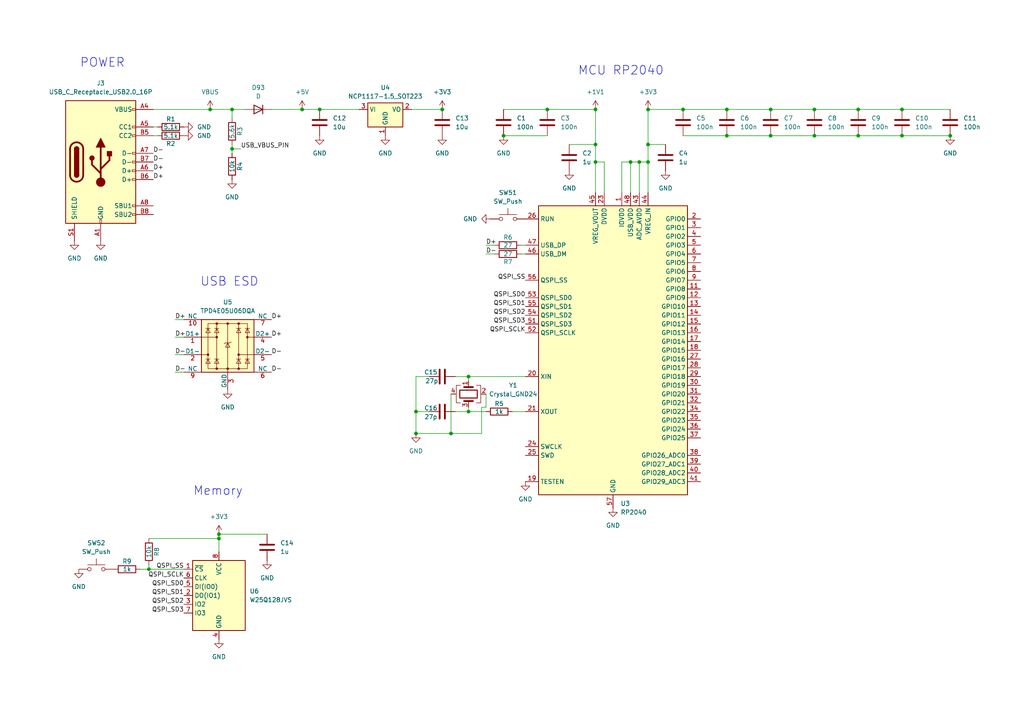
<source format=kicad_sch>
(kicad_sch (version 20231120) (generator "eeschema") (generator_version "8.0")
  (paper "A4")
  (lib_symbols
    (symbol "Connector:USB_C_Receptacle_USB2.0_16P" (pin_names (offset 1.016))
      (property "Reference" "J" (at 0 22.225 0))
      (property "Value" "USB_C_Receptacle_USB2.0_16P" (at 0 19.685 0))
      (symbol "USB_C_Receptacle_USB2.0_16P_0_0"
        (rectangle (start -0.254 -17.78) (end 0.254 -16.764))
        (rectangle (start 10.16 -14.986) (end 9.144 -15.494))
        (rectangle (start 10.16 -12.446) (end 9.144 -12.954))
        (rectangle (start 10.16 -4.826) (end 9.144 -5.334))
        (rectangle (start 10.16 -2.286) (end 9.144 -2.794))
        (rectangle (start 10.16 0.254) (end 9.144 -0.254))
        (rectangle (start 10.16 2.794) (end 9.144 2.286))
        (rectangle (start 10.16 7.874) (end 9.144 7.366))
        (rectangle (start 10.16 10.414) (end 9.144 9.906))
        (rectangle (start 10.16 15.494) (end 9.144 14.986))
      )
      (symbol "USB_C_Receptacle_USB2.0_16P_0_1"
        (rectangle (start -10.16 17.78) (end 10.16 -17.78) (stroke (width 0.254)) (fill (type background)))
        (arc (start -8.89 -3.81) (mid -6.985 -5.7067) (end -5.08 -3.81) (stroke (width 0.508)))
        (arc (start -7.62 -3.81) (mid -6.985 -4.4423) (end -6.35 -3.81) (stroke (width 0.254)))
        (arc (start -7.62 -3.81) (mid -6.985 -4.4423) (end -6.35 -3.81) (stroke (width 0.254)) (fill (type outline)))
        (rectangle (start -7.62 -3.81) (end -6.35 3.81) (stroke (width 0.254)) (fill (type outline)))
        (arc (start -6.35 3.81) (mid -6.985 4.4423) (end -7.62 3.81) (stroke (width 0.254)))
        (arc (start -6.35 3.81) (mid -6.985 4.4423) (end -7.62 3.81) (stroke (width 0.254)) (fill (type outline)))
        (arc (start -5.08 3.81) (mid -6.985 5.7067) (end -8.89 3.81) (stroke (width 0.508)))
        (circle (center -2.54 1.143) (radius 0.635) (stroke (width 0.254)) (fill (type outline)))
        (circle (center 0 -5.842) (radius 1.27) (fill (type outline)))
        (polyline (pts (xy -8.89 -3.81) (xy -8.89 3.81)) (stroke (width 0.508)))
        (polyline (pts (xy -5.08 3.81) (xy -5.08 -3.81)) (stroke (width 0.508)))
        (polyline (pts (xy 0 -5.842) (xy 0 4.318)) (stroke (width 0.508)))
        (polyline (pts (xy 0 -3.302) (xy -2.54 -0.762) (xy -2.54 0.508)) (stroke (width 0.508)))
        (polyline (pts (xy 0 -2.032) (xy 2.54 0.508) (xy 2.54 1.778)) (stroke (width 0.508)))
        (polyline (pts (xy -1.27 4.318) (xy 0 6.858) (xy 1.27 4.318) (xy -1.27 4.318)) (stroke (width 0.254)) (fill (type outline)))
        (rectangle (start 1.905 1.778) (end 3.175 3.048) (stroke (width 0.254)) (fill (type outline)))
      )
      (symbol "USB_C_Receptacle_USB2.0_16P_1_1"
        (pin passive line (at 0 -22.86 90) (length 5.08) (name "GND") (number "A1"))
        (pin passive line (at 0 -22.86 90) (length 5.08) hide (name "GND") (number "A12"))
        (pin passive line (at 15.24 15.24 180) (length 5.08) (name "VBUS") (number "A4"))
        (pin bidirectional line (at 15.24 10.16 180) (length 5.08) (name "CC1") (number "A5"))
        (pin bidirectional line (at 15.24 -2.54 180) (length 5.08) (name "D+") (number "A6"))
        (pin bidirectional line (at 15.24 2.54 180) (length 5.08) (name "D-") (number "A7"))
        (pin bidirectional line (at 15.24 -12.7 180) (length 5.08) (name "SBU1") (number "A8"))
        (pin passive line (at 15.24 15.24 180) (length 5.08) hide (name "VBUS") (number "A9"))
        (pin passive line (at 0 -22.86 90) (length 5.08) hide (name "GND") (number "B1"))
        (pin passive line (at 0 -22.86 90) (length 5.08) hide (name "GND") (number "B12"))
        (pin passive line (at 15.24 15.24 180) (length 5.08) hide (name "VBUS") (number "B4"))
        (pin bidirectional line (at 15.24 7.62 180) (length 5.08) (name "CC2") (number "B5"))
        (pin bidirectional line (at 15.24 -5.08 180) (length 5.08) (name "D+") (number "B6"))
        (pin bidirectional line (at 15.24 0 180) (length 5.08) (name "D-") (number "B7"))
        (pin bidirectional line (at 15.24 -15.24 180) (length 5.08) (name "SBU2") (number "B8"))
        (pin passive line (at 15.24 15.24 180) (length 5.08) hide (name "VBUS") (number "B9"))
        (pin passive line (at -7.62 -22.86 90) (length 5.08) (name "SHIELD") (number "S1"))
      )
    )
    (symbol "Device:C" (pin_numbers hide) (pin_names (offset 0.254))
      (property "Reference" "C" (at 0.635 2.54 0))
      (property "Value" "C" (at 0.635 -2.54 0))
      (symbol "C_0_1"
        (polyline (pts (xy -2.032 -0.762) (xy 2.032 -0.762)) (stroke (width 0.508)))
        (polyline (pts (xy -2.032 0.762) (xy 2.032 0.762)) (stroke (width 0.508)))
      )
      (symbol "C_1_1"
        (pin passive line (at 0 3.81 270) (length 2.794) (name "~") (number "1"))
        (pin passive line (at 0 -3.81 90) (length 2.794) (name "~") (number "2"))
      )
    )
    (symbol "Device:Crystal_GND24" (pin_names (offset 1.016) hide)
      (property "Reference" "Y" (at 3.175 5.08 0))
      (property "Value" "Crystal_GND24" (at 3.175 3.175 0))
      (symbol "Crystal_GND24_0_1"
        (rectangle (start -1.143 2.54) (end 1.143 -2.54) (stroke (width 0.3048)))
        (polyline (pts (xy -2.54 0) (xy -2.032 0)))
        (polyline (pts (xy -2.032 -1.27) (xy -2.032 1.27)) (stroke (width 0.508)))
        (polyline (pts (xy 0 -3.81) (xy 0 -3.556)))
        (polyline (pts (xy 0 3.556) (xy 0 3.81)))
        (polyline (pts (xy 2.032 -1.27) (xy 2.032 1.27)) (stroke (width 0.508)))
        (polyline (pts (xy 2.032 0) (xy 2.54 0)))
        (polyline (pts (xy -2.54 -2.286) (xy -2.54 -3.556) (xy 2.54 -3.556) (xy 2.54 -2.286)))
        (polyline (pts (xy -2.54 2.286) (xy -2.54 3.556) (xy 2.54 3.556) (xy 2.54 2.286)))
      )
      (symbol "Crystal_GND24_1_1"
        (pin passive line (at -3.81 0 0) (length 1.27) (name "1") (number "1"))
        (pin passive line (at 0 5.08 270) (length 1.27) (name "2") (number "2"))
        (pin passive line (at 3.81 0 180) (length 1.27) (name "3") (number "3"))
        (pin passive line (at 0 -5.08 90) (length 1.27) (name "4") (number "4"))
      )
    )
    (symbol "Device:D" (pin_numbers hide) (pin_names (offset 1.016) hide)
      (property "Reference" "D" (at 0 2.54 0))
      (property "Value" "D" (at 0 -2.54 0))
      (symbol "D_0_1"
        (polyline (pts (xy -1.27 1.27) (xy -1.27 -1.27)) (stroke (width 0.254)))
        (polyline (pts (xy 1.27 0) (xy -1.27 0)))
        (polyline (pts (xy 1.27 1.27) (xy 1.27 -1.27) (xy -1.27 0) (xy 1.27 1.27)) (stroke (width 0.254)))
      )
      (symbol "D_1_1"
        (pin passive line (at -3.81 0 0) (length 2.54) (name "K") (number "1"))
        (pin passive line (at 3.81 0 180) (length 2.54) (name "A") (number "2"))
      )
    )
    (symbol "Device:R" (pin_numbers hide) (pin_names (offset 0))
      (property "Reference" "R" (at 2.032 0 90))
      (property "Value" "R" (at 0 0 90))
      (symbol "R_0_1"
        (rectangle (start -1.016 -2.54) (end 1.016 2.54) (stroke (width 0.254)))
      )
      (symbol "R_1_1"
        (pin passive line (at 0 3.81 270) (length 1.27) (name "~") (number "1"))
        (pin passive line (at 0 -3.81 90) (length 1.27) (name "~") (number "2"))
      )
    )
    (symbol "MCU_RaspberryPi:RP2040"
      (property "Reference" "U" (at 17.78 45.72 0))
      (property "Value" "RP2040" (at 17.78 43.18 0))
      (symbol "RP2040_0_1"
        (rectangle (start -21.59 41.91) (end 21.59 -41.91) (stroke (width 0.254)) (fill (type background)))
      )
      (symbol "RP2040_1_1"
        (pin power_in line (at 2.54 45.72 270) (length 3.81) (name "IOVDD") (number "1"))
        (pin passive line (at 2.54 45.72 270) (length 3.81) hide (name "IOVDD") (number "10"))
        (pin bidirectional line (at 25.4 17.78 180) (length 3.81) (name "GPIO8") (number "11"))
        (pin bidirectional line (at 25.4 15.24 180) (length 3.81) (name "GPIO9") (number "12"))
        (pin bidirectional line (at 25.4 12.7 180) (length 3.81) (name "GPIO10") (number "13"))
        (pin bidirectional line (at 25.4 10.16 180) (length 3.81) (name "GPIO11") (number "14"))
        (pin bidirectional line (at 25.4 7.62 180) (length 3.81) (name "GPIO12") (number "15"))
        (pin bidirectional line (at 25.4 5.08 180) (length 3.81) (name "GPIO13") (number "16"))
        (pin bidirectional line (at 25.4 2.54 180) (length 3.81) (name "GPIO14") (number "17"))
        (pin bidirectional line (at 25.4 0 180) (length 3.81) (name "GPIO15") (number "18"))
        (pin input line (at -25.4 -38.1 0) (length 3.81) (name "TESTEN") (number "19"))
        (pin bidirectional line (at 25.4 38.1 180) (length 3.81) (name "GPIO0") (number "2"))
        (pin input line (at -25.4 -7.62 0) (length 3.81) (name "XIN") (number "20"))
        (pin passive line (at -25.4 -17.78 0) (length 3.81) (name "XOUT") (number "21"))
        (pin passive line (at 2.54 45.72 270) (length 3.81) hide (name "IOVDD") (number "22"))
        (pin power_in line (at -2.54 45.72 270) (length 3.81) (name "DVDD") (number "23"))
        (pin input line (at -25.4 -27.94 0) (length 3.81) (name "SWCLK") (number "24"))
        (pin bidirectional line (at -25.4 -30.48 0) (length 3.81) (name "SWD") (number "25"))
        (pin input line (at -25.4 38.1 0) (length 3.81) (name "RUN") (number "26"))
        (pin bidirectional line (at 25.4 -2.54 180) (length 3.81) (name "GPIO16") (number "27"))
        (pin bidirectional line (at 25.4 -5.08 180) (length 3.81) (name "GPIO17") (number "28"))
        (pin bidirectional line (at 25.4 -7.62 180) (length 3.81) (name "GPIO18") (number "29"))
        (pin bidirectional line (at 25.4 35.56 180) (length 3.81) (name "GPIO1") (number "3"))
        (pin bidirectional line (at 25.4 -10.16 180) (length 3.81) (name "GPIO19") (number "30"))
        (pin bidirectional line (at 25.4 -12.7 180) (length 3.81) (name "GPIO20") (number "31"))
        (pin bidirectional line (at 25.4 -15.24 180) (length 3.81) (name "GPIO21") (number "32"))
        (pin passive line (at 2.54 45.72 270) (length 3.81) hide (name "IOVDD") (number "33"))
        (pin bidirectional line (at 25.4 -17.78 180) (length 3.81) (name "GPIO22") (number "34"))
        (pin bidirectional line (at 25.4 -20.32 180) (length 3.81) (name "GPIO23") (number "35"))
        (pin bidirectional line (at 25.4 -22.86 180) (length 3.81) (name "GPIO24") (number "36"))
        (pin bidirectional line (at 25.4 -25.4 180) (length 3.81) (name "GPIO25") (number "37"))
        (pin bidirectional line (at 25.4 -30.48 180) (length 3.81) (name "GPIO26_ADC0") (number "38"))
        (pin bidirectional line (at 25.4 -33.02 180) (length 3.81) (name "GPIO27_ADC1") (number "39"))
        (pin bidirectional line (at 25.4 33.02 180) (length 3.81) (name "GPIO2") (number "4"))
        (pin bidirectional line (at 25.4 -35.56 180) (length 3.81) (name "GPIO28_ADC2") (number "40"))
        (pin bidirectional line (at 25.4 -38.1 180) (length 3.81) (name "GPIO29_ADC3") (number "41"))
        (pin passive line (at 2.54 45.72 270) (length 3.81) hide (name "IOVDD") (number "42"))
        (pin power_in line (at 7.62 45.72 270) (length 3.81) (name "ADC_AVDD") (number "43"))
        (pin power_in line (at 10.16 45.72 270) (length 3.81) (name "VREG_IN") (number "44"))
        (pin power_out line (at -5.08 45.72 270) (length 3.81) (name "VREG_VOUT") (number "45"))
        (pin bidirectional line (at -25.4 27.94 0) (length 3.81) (name "USB_DM") (number "46"))
        (pin bidirectional line (at -25.4 30.48 0) (length 3.81) (name "USB_DP") (number "47"))
        (pin power_in line (at 5.08 45.72 270) (length 3.81) (name "USB_VDD") (number "48"))
        (pin passive line (at 2.54 45.72 270) (length 3.81) hide (name "IOVDD") (number "49"))
        (pin bidirectional line (at 25.4 30.48 180) (length 3.81) (name "GPIO3") (number "5"))
        (pin passive line (at -2.54 45.72 270) (length 3.81) hide (name "DVDD") (number "50"))
        (pin bidirectional line (at -25.4 7.62 0) (length 3.81) (name "QSPI_SD3") (number "51"))
        (pin output line (at -25.4 5.08 0) (length 3.81) (name "QSPI_SCLK") (number "52"))
        (pin bidirectional line (at -25.4 15.24 0) (length 3.81) (name "QSPI_SD0") (number "53"))
        (pin bidirectional line (at -25.4 10.16 0) (length 3.81) (name "QSPI_SD2") (number "54"))
        (pin bidirectional line (at -25.4 12.7 0) (length 3.81) (name "QSPI_SD1") (number "55"))
        (pin bidirectional line (at -25.4 20.32 0) (length 3.81) (name "QSPI_SS") (number "56"))
        (pin power_in line (at 0 -45.72 90) (length 3.81) (name "GND") (number "57"))
        (pin bidirectional line (at 25.4 27.94 180) (length 3.81) (name "GPIO4") (number "6"))
        (pin bidirectional line (at 25.4 25.4 180) (length 3.81) (name "GPIO5") (number "7"))
        (pin bidirectional line (at 25.4 22.86 180) (length 3.81) (name "GPIO6") (number "8"))
        (pin bidirectional line (at 25.4 20.32 180) (length 3.81) (name "GPIO7") (number "9"))
      )
    )
    (symbol "Memory_Flash:W25Q128JVS"
      (property "Reference" "U" (at -8.89 8.89 0))
      (property "Value" "W25Q128JVS" (at 7.62 8.89 0))
      (symbol "W25Q128JVS_0_1"
        (rectangle (start -7.62 10.16) (end 7.62 -10.16) (stroke (width 0.254)) (fill (type background)))
      )
      (symbol "W25Q128JVS_1_1"
        (pin input line (at -10.16 7.62 0) (length 2.54) (name "~{CS}") (number "1"))
        (pin bidirectional line (at -10.16 0 0) (length 2.54) (name "DO(IO1)") (number "2"))
        (pin bidirectional line (at -10.16 -2.54 0) (length 2.54) (name "IO2") (number "3"))
        (pin power_in line (at 0 -12.7 90) (length 2.54) (name "GND") (number "4"))
        (pin bidirectional line (at -10.16 2.54 0) (length 2.54) (name "DI(IO0)") (number "5"))
        (pin input line (at -10.16 5.08 0) (length 2.54) (name "CLK") (number "6"))
        (pin bidirectional line (at -10.16 -5.08 0) (length 2.54) (name "IO3") (number "7"))
        (pin power_in line (at 0 12.7 270) (length 2.54) (name "VCC") (number "8"))
      )
    )
    (symbol "Power_Protection:TPD4E05U06DQA" (pin_names (offset 0))
      (property "Reference" "U" (at -0.635 8.89 0))
      (property "Value" "TPD4E05U06DQA" (at 1.905 -10.16 0))
      (symbol "TPD4E05U06DQA_0_0"
        (rectangle (start -5.715 6.477) (end 5.715 -6.604))
        (polyline (pts (xy -3.175 -6.604) (xy -3.175 6.477)))
        (polyline (pts (xy 0 6.477) (xy 0 -6.604)))
        (polyline (pts (xy 3.175 6.477) (xy 3.175 -6.604)))
      )
      (symbol "TPD4E05U06DQA_0_1"
        (rectangle (start -7.62 7.62) (end 7.62 -7.62) (stroke (width 0.254)) (fill (type background)))
        (circle (center -5.715 -2.54) (radius 0.2794) (fill (type outline)))
        (circle (center -3.175 -6.604) (radius 0.2794) (fill (type outline)))
        (circle (center -3.175 2.54) (radius 0.2794) (fill (type outline)))
        (circle (center -3.175 6.477) (radius 0.2794) (fill (type outline)))
        (circle (center 0 -6.604) (radius 0.2794) (fill (type outline)))
        (polyline (pts (xy -7.747 2.54) (xy -3.175 2.54)))
        (polyline (pts (xy -7.62 -2.54) (xy -5.715 -2.54)))
        (polyline (pts (xy -5.08 -3.81) (xy -6.35 -3.81)))
        (polyline (pts (xy -5.08 5.08) (xy -6.35 5.08)))
        (polyline (pts (xy -2.54 -3.81) (xy -3.81 -3.81)))
        (polyline (pts (xy -2.54 5.08) (xy -3.81 5.08)))
        (polyline (pts (xy -0.635 0.889) (xy -1.016 0.635)))
        (polyline (pts (xy 0 -6.604) (xy 0 -7.62)))
        (polyline (pts (xy 0.635 0.889) (xy -0.635 0.889)))
        (polyline (pts (xy 0.635 0.889) (xy 1.016 1.143)))
        (polyline (pts (xy 3.81 -3.81) (xy 2.54 -3.81)))
        (polyline (pts (xy 3.81 5.08) (xy 2.54 5.08)))
        (polyline (pts (xy 6.35 -3.81) (xy 5.08 -3.81)))
        (polyline (pts (xy 6.35 5.08) (xy 5.08 5.08)))
        (polyline (pts (xy 7.62 -2.54) (xy 3.175 -2.54)))
        (polyline (pts (xy 7.62 2.54) (xy 5.715 2.54)))
        (polyline (pts (xy -5.08 -5.08) (xy -6.35 -5.08) (xy -5.715 -3.81) (xy -5.08 -5.08)))
        (polyline (pts (xy -5.08 3.81) (xy -6.35 3.81) (xy -5.715 5.08) (xy -5.08 3.81)))
        (polyline (pts (xy -2.54 -5.08) (xy -3.81 -5.08) (xy -3.175 -3.81) (xy -2.54 -5.08)))
        (polyline (pts (xy -2.54 3.81) (xy -3.81 3.81) (xy -3.175 5.08) (xy -2.54 3.81)))
        (polyline (pts (xy 0.635 -0.381) (xy -0.635 -0.381) (xy 0 0.889) (xy 0.635 -0.381)))
        (polyline (pts (xy 3.81 -5.08) (xy 2.54 -5.08) (xy 3.175 -3.81) (xy 3.81 -5.08)))
        (polyline (pts (xy 3.81 3.81) (xy 2.54 3.81) (xy 3.175 5.08) (xy 3.81 3.81)))
        (polyline (pts (xy 6.35 -5.08) (xy 5.08 -5.08) (xy 5.715 -3.81) (xy 6.35 -5.08)))
        (polyline (pts (xy 6.35 3.81) (xy 5.08 3.81) (xy 5.715 5.08) (xy 6.35 3.81)))
        (circle (center 0 6.477) (radius 0.2794) (fill (type outline)))
        (circle (center 3.175 -6.604) (radius 0.2794) (fill (type outline)))
        (circle (center 3.175 -2.54) (radius 0.2794) (fill (type outline)))
        (circle (center 3.175 6.477) (radius 0.2794) (fill (type outline)))
        (circle (center 5.715 2.54) (radius 0.2794) (fill (type outline)))
      )
      (symbol "TPD4E05U06DQA_1_1"
        (pin passive line (at -12.7 2.54 0) (length 5.08) (name "D1+") (number "1"))
        (pin free line (at -12.7 7.62 0) (length 5.08) (name "NC") (number "10"))
        (pin passive line (at -12.7 -2.54 0) (length 5.08) (name "D1-") (number "2"))
        (pin power_in line (at 0 -12.7 90) (length 5.08) (name "GND") (number "3"))
        (pin passive line (at 12.7 2.54 180) (length 5.08) (name "D2+") (number "4"))
        (pin passive line (at 12.7 -2.54 180) (length 5.08) (name "D2-") (number "5"))
        (pin free line (at 12.7 -7.62 180) (length 5.08) (name "NC") (number "6"))
        (pin free line (at 12.7 7.62 180) (length 5.08) (name "NC") (number "7"))
        (pin passive line (at 0 -12.7 90) (length 5.08) hide (name "GND") (number "8"))
        (pin free line (at -12.7 -7.62 0) (length 5.08) (name "NC") (number "9"))
      )
    )
    (symbol "Regulator_Linear:NCP1117-1.5_SOT223"
      (property "Reference" "U" (at -3.81 3.175 0))
      (property "Value" "NCP1117-1.5_SOT223" (at 0 3.175 0))
      (symbol "NCP1117-1.5_SOT223_0_1"
        (rectangle (start -5.08 -5.08) (end 5.08 1.905) (stroke (width 0.254)) (fill (type background)))
      )
      (symbol "NCP1117-1.5_SOT223_1_1"
        (pin power_in line (at 0 -7.62 90) (length 2.54) (name "GND") (number "1"))
        (pin power_out line (at 7.62 0 180) (length 2.54) (name "VO") (number "2"))
        (pin power_in line (at -7.62 0 0) (length 2.54) (name "VI") (number "3"))
      )
    )
    (symbol "Switch:SW_Push" (pin_numbers hide) (pin_names (offset 1.016) hide)
      (property "Reference" "SW" (at 1.27 2.54 0))
      (property "Value" "SW_Push" (at 0 -1.524 0))
      (symbol "SW_Push_0_1"
        (circle (center -2.032 0) (radius 0.508))
        (polyline (pts (xy 0 1.27) (xy 0 3.048)))
        (polyline (pts (xy 2.54 1.27) (xy -2.54 1.27)))
        (circle (center 2.032 0) (radius 0.508))
        (pin passive line (at -5.08 0 0) (length 2.54) (name "1") (number "1"))
        (pin passive line (at 5.08 0 180) (length 2.54) (name "2") (number "2"))
      )
    )
    (symbol "power:+1V1" (power) (pin_numbers hide) (pin_names (offset 0) hide)
      (property "Value" "+1V1" (at 0 3.556 0))
      (symbol "+1V1_0_1"
        (polyline (pts (xy -0.762 1.27) (xy 0 2.54)))
        (polyline (pts (xy 0 0) (xy 0 2.54)))
        (polyline (pts (xy 0 2.54) (xy 0.762 1.27)))
      )
      (symbol "+1V1_1_1"
        (pin power_in line (at 0 0 90) (length 0) (name "~") (number "1"))
      )
    )
    (symbol "power:+3V3" (power) (pin_numbers hide) (pin_names (offset 0) hide)
      (property "Value" "+3V3" (at 0 3.556 0))
      (symbol "+3V3_0_1"
        (polyline (pts (xy -0.762 1.27) (xy 0 2.54)))
        (polyline (pts (xy 0 0) (xy 0 2.54)))
        (polyline (pts (xy 0 2.54) (xy 0.762 1.27)))
      )
      (symbol "+3V3_1_1"
        (pin power_in line (at 0 0 90) (length 0) (name "~") (number "1"))
      )
    )
    (symbol "power:+5V" (power) (pin_numbers hide) (pin_names (offset 0) hide)
      (property "Value" "+5V" (at 0 3.556 0))
      (symbol "+5V_0_1"
        (polyline (pts (xy -0.762 1.27) (xy 0 2.54)))
        (polyline (pts (xy 0 0) (xy 0 2.54)))
        (polyline (pts (xy 0 2.54) (xy 0.762 1.27)))
      )
      (symbol "+5V_1_1"
        (pin power_in line (at 0 0 90) (length 0) (name "~") (number "1"))
      )
    )
    (symbol "power:GND" (power) (pin_numbers hide) (pin_names (offset 0) hide)
      (property "Value" "GND" (at 0 -3.81 0))
      (symbol "GND_0_1"
        (polyline (pts (xy 0 0) (xy 0 -1.27) (xy 1.27 -1.27) (xy 0 -2.54) (xy -1.27 -1.27) (xy 0 -1.27)))
      )
      (symbol "GND_1_1"
        (pin power_in line (at 0 0 270) (length 0) (name "~") (number "1"))
      )
    )
    (symbol "power:VBUS" (power) (pin_numbers hide) (pin_names (offset 0) hide)
      (property "Value" "VBUS" (at 0 3.556 0))
      (symbol "VBUS_0_1"
        (polyline (pts (xy -0.762 1.27) (xy 0 2.54)))
        (polyline (pts (xy 0 0) (xy 0 2.54)))
        (polyline (pts (xy 0 2.54) (xy 0.762 1.27)))
      )
      (symbol "VBUS_1_1"
        (pin power_in line (at 0 0 90) (length 0) (name "~") (number "1"))
      )
    )
  )
  (junction (at 172.72 46.99))
  (junction (at 223.52 31.75))
  (junction (at 63.5 156.21))
  (junction (at 236.22 39.37))
  (junction (at 210.82 31.75))
  (junction (at 261.62 39.37))
  (junction (at 185.42 46.99))
  (junction (at 236.22 31.75))
  (junction (at 67.31 31.75))
  (junction (at 158.75 31.75))
  (junction (at 187.96 46.99))
  (junction (at 87.63 31.75))
  (junction (at 172.72 41.91))
  (junction (at 146.05 39.37))
  (junction (at 187.96 31.75))
  (junction (at 182.88 46.99))
  (junction (at 67.31 43.18))
  (junction (at 135.89 109.22))
  (junction (at 135.89 119.38))
  (junction (at 210.82 39.37))
  (junction (at 223.52 39.37))
  (junction (at 130.81 125.73))
  (junction (at 120.65 119.38))
  (junction (at 60.96 31.75))
  (junction (at 261.62 31.75))
  (junction (at 198.12 31.75))
  (junction (at 120.65 125.73))
  (junction (at 63.5 154.94))
  (junction (at 172.72 31.75))
  (junction (at 43.18 165.1))
  (junction (at 275.59 39.37))
  (junction (at 187.96 41.91))
  (junction (at 248.92 39.37))
  (junction (at 128.27 31.75))
  (junction (at 248.92 31.75))
  (junction (at 92.71 31.75))
  (wire (pts (xy 67.31 31.75) (xy 67.31 34.29)))
  (wire (pts (xy 146.05 31.75) (xy 158.75 31.75)))
  (wire (pts (xy 135.89 109.22) (xy 152.4 109.22)))
  (wire (pts (xy 180.34 55.88) (xy 180.34 46.99)))
  (wire (pts (xy 139.7 125.73) (xy 130.81 125.73)))
  (wire (pts (xy 187.96 41.91) (xy 193.04 41.91)))
  (wire (pts (xy 130.81 114.3) (xy 130.81 125.73)))
  (wire (pts (xy 44.45 39.37) (xy 45.72 39.37)))
  (wire (pts (xy 67.31 43.18) (xy 69.85 43.18)))
  (wire (pts (xy 236.22 31.75) (xy 248.92 31.75)))
  (wire (pts (xy 187.96 55.88) (xy 187.96 46.99)))
  (wire (pts (xy 50.8 92.71) (xy 53.34 92.71)))
  (wire (pts (xy 50.8 107.95) (xy 53.34 107.95)))
  (wire (pts (xy 140.97 118.11) (xy 139.7 118.11)))
  (wire (pts (xy 187.96 31.75) (xy 198.12 31.75)))
  (wire (pts (xy 182.88 46.99) (xy 185.42 46.99)))
  (wire (pts (xy 87.63 31.75) (xy 92.71 31.75)))
  (wire (pts (xy 146.05 39.37) (xy 158.75 39.37)))
  (wire (pts (xy 261.62 39.37) (xy 275.59 39.37)))
  (wire (pts (xy 124.46 109.22) (xy 120.65 109.22)))
  (wire (pts (xy 135.89 118.11) (xy 135.89 119.38)))
  (wire (pts (xy 172.72 41.91) (xy 165.1 41.91)))
  (wire (pts (xy 223.52 39.37) (xy 236.22 39.37)))
  (wire (pts (xy 43.18 165.1) (xy 43.18 163.83)))
  (wire (pts (xy 248.92 39.37) (xy 261.62 39.37)))
  (wire (pts (xy 135.89 109.22) (xy 135.89 110.49)))
  (wire (pts (xy 63.5 156.21) (xy 63.5 154.94)))
  (wire (pts (xy 151.13 71.12) (xy 152.4 71.12)))
  (wire (pts (xy 172.72 55.88) (xy 172.72 46.99)))
  (wire (pts (xy 132.08 109.22) (xy 135.89 109.22)))
  (wire (pts (xy 92.71 31.75) (xy 104.14 31.75)))
  (wire (pts (xy 223.52 31.75) (xy 236.22 31.75)))
  (wire (pts (xy 120.65 109.22) (xy 120.65 119.38)))
  (wire (pts (xy 60.96 31.75) (xy 67.31 31.75)))
  (wire (pts (xy 172.72 46.99) (xy 172.72 41.91)))
  (wire (pts (xy 50.8 102.87) (xy 53.34 102.87)))
  (wire (pts (xy 43.18 156.21) (xy 63.5 156.21)))
  (wire (pts (xy 172.72 41.91) (xy 172.72 31.75)))
  (wire (pts (xy 198.12 31.75) (xy 210.82 31.75)))
  (wire (pts (xy 210.82 31.75) (xy 223.52 31.75)))
  (wire (pts (xy 175.26 46.99) (xy 172.72 46.99)))
  (wire (pts (xy 187.96 41.91) (xy 187.96 31.75)))
  (wire (pts (xy 132.08 119.38) (xy 135.89 119.38)))
  (wire (pts (xy 198.12 39.37) (xy 210.82 39.37)))
  (wire (pts (xy 67.31 43.18) (xy 67.31 44.45)))
  (wire (pts (xy 140.97 73.66) (xy 143.51 73.66)))
  (wire (pts (xy 44.45 36.83) (xy 45.72 36.83)))
  (wire (pts (xy 120.65 119.38) (xy 124.46 119.38)))
  (wire (pts (xy 248.92 31.75) (xy 261.62 31.75)))
  (wire (pts (xy 140.97 71.12) (xy 143.51 71.12)))
  (wire (pts (xy 119.38 31.75) (xy 128.27 31.75)))
  (wire (pts (xy 151.13 73.66) (xy 152.4 73.66)))
  (wire (pts (xy 63.5 154.94) (xy 77.47 154.94)))
  (wire (pts (xy 139.7 118.11) (xy 139.7 125.73)))
  (wire (pts (xy 67.31 31.75) (xy 71.12 31.75)))
  (wire (pts (xy 261.62 31.75) (xy 275.59 31.75)))
  (wire (pts (xy 140.97 114.3) (xy 140.97 118.11)))
  (wire (pts (xy 185.42 46.99) (xy 185.42 55.88)))
  (wire (pts (xy 78.74 31.75) (xy 87.63 31.75)))
  (wire (pts (xy 120.65 119.38) (xy 120.65 125.73)))
  (wire (pts (xy 120.65 125.73) (xy 130.81 125.73)))
  (wire (pts (xy 135.89 119.38) (xy 140.97 119.38)))
  (wire (pts (xy 180.34 46.99) (xy 182.88 46.99)))
  (wire (pts (xy 50.8 97.79) (xy 53.34 97.79)))
  (wire (pts (xy 148.59 119.38) (xy 152.4 119.38)))
  (wire (pts (xy 53.34 165.1) (xy 43.18 165.1)))
  (wire (pts (xy 185.42 46.99) (xy 187.96 46.99)))
  (wire (pts (xy 158.75 31.75) (xy 172.72 31.75)))
  (wire (pts (xy 67.31 41.91) (xy 67.31 43.18)))
  (wire (pts (xy 210.82 39.37) (xy 223.52 39.37)))
  (wire (pts (xy 182.88 46.99) (xy 182.88 55.88)))
  (wire (pts (xy 236.22 39.37) (xy 248.92 39.37)))
  (wire (pts (xy 63.5 160.02) (xy 63.5 156.21)))
  (wire (pts (xy 175.26 55.88) (xy 175.26 46.99)))
  (wire (pts (xy 40.64 165.1) (xy 43.18 165.1)))
  (wire (pts (xy 187.96 46.99) (xy 187.96 41.91)))
  (wire (pts (xy 44.45 31.75) (xy 60.96 31.75)))
  (text "POWER" (at 29.718 18.288 0) (effects (font (size 2.54 2.54))))
  (text "USB ESD" (at 66.548 81.788 0) (effects (font (size 2.54 2.54))))
  (text "Memory" (at 63.246 142.494 0) (effects (font (size 2.54 2.54))))
  (text "MCU RP2040" (at 180.086 20.574 0) (effects (font (size 2.54 2.54))))
  (label "D+" (at 140.97 71.12 0))
  (label "D+" (at 44.45 52.07 0))
  (label "QSPI_SD3" (at 152.4 93.98 180))
  (label "QSPI_SD1" (at 53.34 172.72 180))
  (label "QSPI_SD2" (at 152.4 91.44 180))
  (label "QSPI_SS" (at 53.34 165.1 180))
  (label "D-" (at 78.74 107.95 0))
  (label "QSPI_SCLK" (at 152.4 96.52 180))
  (label "D+" (at 78.74 97.79 0))
  (label "QSPI_SCLK" (at 53.34 167.64 180))
  (label "QSPI_SD0" (at 53.34 170.18 180))
  (label "D-" (at 44.45 46.99 0))
  (label "D+" (at 78.74 92.71 0))
  (label "QSPI_SS" (at 152.4 81.28 180))
  (label "QSPI_SD3" (at 53.34 177.8 180))
  (label "D+" (at 50.8 97.79 0))
  (label "D-" (at 50.8 102.87 0))
  (label "USB_VBUS_PIN" (at 69.85 43.18 0))
  (label "D+" (at 50.8 92.71 0))
  (label "QSPI_SD2" (at 53.34 175.26 180))
  (label "D-" (at 44.45 44.45 0))
  (label "D-" (at 78.74 102.87 0))
  (label "QSPI_SD1" (at 152.4 88.9 180))
  (label "D+" (at 44.45 49.53 0))
  (label "D-" (at 140.97 73.66 0))
  (label "D-" (at 50.8 107.95 0))
  (label "QSPI_SD0" (at 152.4 86.36 180))
  (symbol (lib_id "Device:C") (at 128.27 109.22 90) (unit 1)
    (property "Reference" "C15" (at 124.968 107.95 90))
    (property "Value" "27p" (at 125.222 110.49 90))
    (property "Footprint" "Capacitor_SMD:C_0402_1005Metric" (effects (hide yes)))
    (property "Description" "Unpolarized capacitor" (effects (hide yes)))
  )
  (symbol (lib_id "Device:R") (at 36.83 165.1 270) (unit 1)
    (property "Reference" "R9" (at 36.83 162.814 90))
    (property "Value" "1k" (at 36.83 165.1 90))
    (property "Footprint" "Resistor_SMD:R_0402_1005Metric" (effects (hide yes)))
    (property "Description" "Resistor" (effects (hide yes)))
  )
  (symbol (lib_id "Device:C") (at 210.82 35.56 0) (unit 1)
    (property "Reference" "C6" (at 214.63 34.2899 0) (effects (justify left)))
    (property "Value" "100n" (at 214.63 36.8299 0) (effects (justify left)))
    (property "Footprint" "Capacitor_SMD:C_0402_1005Metric" (effects (hide yes)))
    (property "Description" "Unpolarized capacitor" (effects (hide yes)))
  )
  (symbol (lib_id "power:GND") (at 21.59 69.85 0) (unit 1)
    (property "Reference" "#PWR08" (effects (hide yes)))
    (property "Value" "GND" (at 21.59 74.93 0))
    (property "Description" "Power symbol creates a global label with name \"GND\" , ground" (effects (hide yes)))
  )
  (symbol (lib_id "Power_Protection:TPD4E05U06DQA") (at 66.04 100.33 0) (unit 1)
    (property "Reference" "U5" (at 66.04 87.63 0))
    (property "Value" "TPD4E05U06DQA" (at 66.04 90.17 0))
    (property "Footprint" "Package_SON:USON-10_2.5x1.0mm_P0.5mm" (effects (hide yes)))
    (property "Datasheet" "https://www.ti.com/lit/ds/symlink/tpd4e05u06.pdf" (effects (hide yes)))
    (property "Description" "4-Channel ESD Protection for Super-Speed USB 3.0 Interface, USON-10" (effects (hide yes)))
  )
  (symbol (lib_id "Device:C") (at 248.92 35.56 0) (unit 1)
    (property "Reference" "C9" (at 252.73 34.2899 0) (effects (justify left)))
    (property "Value" "100n" (at 252.73 36.8299 0) (effects (justify left)))
    (property "Footprint" "Capacitor_SMD:C_0402_1005Metric" (effects (hide yes)))
    (property "Description" "Unpolarized capacitor" (effects (hide yes)))
  )
  (symbol (lib_id "power:+1V1") (at 172.72 31.75 0) (unit 1)
    (property "Reference" "#PWR04" (effects (hide yes)))
    (property "Value" "+1V1" (at 172.72 26.67 0))
    (property "Description" "Power symbol creates a global label with name \"+1V1\"" (effects (hide yes)))
  )
  (symbol (lib_id "power:GND") (at 111.76 39.37 0) (unit 1)
    (property "Reference" "#PWR016" (effects (hide yes)))
    (property "Value" "GND" (at 111.76 44.45 0))
    (property "Description" "Power symbol creates a global label with name \"GND\" , ground" (effects (hide yes)))
  )
  (symbol (lib_id "power:GND") (at 53.34 36.83 90) (unit 1)
    (property "Reference" "#PWR010" (effects (hide yes)))
    (property "Value" "GND" (at 57.15 36.8299 90) (effects (justify right)))
    (property "Description" "Power symbol creates a global label with name \"GND\" , ground" (effects (hide yes)))
  )
  (symbol (lib_id "Device:R") (at 67.31 48.26 180) (unit 1)
    (property "Reference" "R4" (at 69.596 48.26 90))
    (property "Value" "10k" (at 67.31 48.26 90))
    (property "Footprint" "Resistor_SMD:R_0402_1005Metric" (effects (hide yes)))
    (property "Description" "Resistor" (effects (hide yes)))
  )
  (symbol (lib_id "Device:R") (at 43.18 160.02 180) (unit 1)
    (property "Reference" "R8" (at 45.466 160.02 90))
    (property "Value" "10k" (at 43.18 160.02 90))
    (property "Footprint" "Resistor_SMD:R_0402_1005Metric" (effects (hide yes)))
    (property "Description" "Resistor" (effects (hide yes)))
  )
  (symbol (lib_id "Device:C") (at 223.52 35.56 0) (unit 1)
    (property "Reference" "C7" (at 227.33 34.2899 0) (effects (justify left)))
    (property "Value" "100n" (at 227.33 36.8299 0) (effects (justify left)))
    (property "Footprint" "Capacitor_SMD:C_0402_1005Metric" (effects (hide yes)))
    (property "Description" "Unpolarized capacitor" (effects (hide yes)))
  )
  (symbol (lib_id "Connector:USB_C_Receptacle_USB2.0_16P") (at 29.21 46.99 0) (unit 1)
    (property "Reference" "J3" (at 29.21 24.13 0))
    (property "Value" "USB_C_Receptacle_USB2.0_16P" (at 29.21 26.67 0))
    (property "Footprint" "usbc:TYPE-C-31-M-13C" (effects (hide yes)))
    (property "Datasheet" "https://www.usb.org/sites/default/files/documents/usb_type-c.zip" (effects (hide yes)))
    (property "Description" "USB 2.0-only 16P Type-C Receptacle connector" (effects (hide yes)))
  )
  (symbol (lib_id "power:+3V3") (at 187.96 31.75 0) (unit 1)
    (property "Reference" "#PWR07" (effects (hide yes)))
    (property "Value" "+3V3" (at 187.96 26.67 0))
    (property "Description" "Power symbol creates a global label with name \"+3V3\"" (effects (hide yes)))
  )
  (symbol (lib_id "Device:C") (at 92.71 35.56 0) (unit 1)
    (property "Reference" "C12" (at 96.52 34.2899 0) (effects (justify left)))
    (property "Value" "10u" (at 96.52 36.8299 0) (effects (justify left)))
    (property "Footprint" "Capacitor_SMD:C_0402_1005Metric" (effects (hide yes)))
    (property "Description" "Unpolarized capacitor" (effects (hide yes)))
  )
  (symbol (lib_id "Device:C") (at 275.59 35.56 0) (unit 1)
    (property "Reference" "C11" (at 279.4 34.2899 0) (effects (justify left)))
    (property "Value" "100n" (at 279.4 36.8299 0) (effects (justify left)))
    (property "Footprint" "Capacitor_SMD:C_0402_1005Metric" (effects (hide yes)))
    (property "Description" "Unpolarized capacitor" (effects (hide yes)))
  )
  (symbol (lib_id "power:GND") (at 66.04 113.03 0) (unit 1)
    (property "Reference" "#PWR019" (effects (hide yes)))
    (property "Value" "GND" (at 66.04 118.11 0))
    (property "Description" "Power symbol creates a global label with name \"GND\" , ground" (effects (hide yes)))
  )
  (symbol (lib_id "Switch:SW_Push") (at 147.32 63.5 0) (unit 1)
    (property "Reference" "SW51" (at 147.32 55.88 0))
    (property "Value" "SW_Push" (at 147.32 58.42 0))
    (property "Description" "Push button switch, generic, two pins" (effects (hide yes)))
  )
  (symbol (lib_id "Device:R") (at 144.78 119.38 270) (unit 1)
    (property "Reference" "R5" (at 144.78 117.094 90))
    (property "Value" "1k" (at 144.78 119.38 90))
    (property "Footprint" "Resistor_SMD:R_0402_1005Metric" (effects (hide yes)))
    (property "Description" "Resistor" (effects (hide yes)))
  )
  (symbol (lib_id "power:GND") (at 92.71 39.37 0) (unit 1)
    (property "Reference" "#PWR015" (effects (hide yes)))
    (property "Value" "GND" (at 92.71 44.45 0))
    (property "Description" "Power symbol creates a global label with name \"GND\" , ground" (effects (hide yes)))
  )
  (symbol (lib_id "Device:C") (at 261.62 35.56 0) (unit 1)
    (property "Reference" "C10" (at 265.43 34.2899 0) (effects (justify left)))
    (property "Value" "100n" (at 265.43 36.8299 0) (effects (justify left)))
    (property "Footprint" "Capacitor_SMD:C_0402_1005Metric" (effects (hide yes)))
    (property "Description" "Unpolarized capacitor" (effects (hide yes)))
  )
  (symbol (lib_id "power:VBUS") (at 60.96 31.75 0) (unit 1)
    (property "Reference" "#PWR012" (effects (hide yes)))
    (property "Value" "VBUS" (at 60.96 26.67 0))
    (property "Description" "Power symbol creates a global label with name \"VBUS\"" (effects (hide yes)))
  )
  (symbol (lib_id "Device:C") (at 128.27 35.56 0) (unit 1)
    (property "Reference" "C13" (at 132.08 34.2899 0) (effects (justify left)))
    (property "Value" "10u" (at 132.08 36.8299 0) (effects (justify left)))
    (property "Footprint" "Capacitor_SMD:C_0402_1005Metric" (effects (hide yes)))
    (property "Description" "Unpolarized capacitor" (effects (hide yes)))
  )
  (symbol (lib_id "Regulator_Linear:NCP1117-1.5_SOT223") (at 111.76 31.75 0) (unit 1)
    (property "Reference" "U4" (at 111.76 25.4 0))
    (property "Value" "NCP1117-1.5_SOT223" (at 111.76 27.94 0))
    (property "Footprint" "Package_TO_SOT_SMD:SOT-223-3_TabPin2" (effects (hide yes)))
    (property "Datasheet" "http://www.onsemi.com/pub_link/Collateral/NCP1117-D.PDF" (effects (hide yes)))
    (property "Description" "1A Low drop-out regulator, Fixed Output 1.5V, SOT-223" (effects (hide yes)))
  )
  (symbol (lib_id "Device:C") (at 77.47 158.75 0) (unit 1)
    (property "Reference" "C14" (at 81.28 157.4799 0) (effects (justify left)))
    (property "Value" "1u" (at 81.28 160.0199 0) (effects (justify left)))
    (property "Footprint" "Capacitor_SMD:C_0402_1005Metric" (effects (hide yes)))
    (property "Description" "Unpolarized capacitor" (effects (hide yes)))
  )
  (symbol (lib_id "Device:Crystal_GND24") (at 135.89 114.3 270) (unit 1)
    (property "Reference" "Y1" (at 148.844 111.76 90))
    (property "Value" "Crystal_GND24" (at 148.844 114.3 90))
    (property "Footprint" "Crystal:Crystal_SMD_3225-4Pin_3.2x2.5mm" (effects (hide yes)))
    (property "Description" "Four pin crystal, GND on pins 2 and 4" (effects (hide yes)))
  )
  (symbol (lib_id "Switch:SW_Push") (at 27.94 165.1 0) (unit 1)
    (property "Reference" "SW52" (at 27.94 157.48 0))
    (property "Value" "SW_Push" (at 27.94 160.02 0))
    (property "Description" "Push button switch, generic, two pins" (effects (hide yes)))
  )
  (symbol (lib_id "Memory_Flash:W25Q128JVS") (at 63.5 172.72 0) (unit 1)
    (property "Reference" "U6" (at 72.39 171.4499 0) (effects (justify left)))
    (property "Value" "W25Q128JVS" (at 72.39 173.9899 0) (effects (justify left)))
    (property "Footprint" "Package_SO:SOIC-8_5.23x5.23mm_P1.27mm" (effects (hide yes)))
    (property "Datasheet" "http://www.winbond.com/resource-files/w25q128jv_dtr%20revc%2003272018%20plus.pdf" (effects (hide yes)))
    (property "Description" "128Mb Serial Flash Memory, Standard/Dual/Quad SPI, SOIC-8" (effects (hide yes)))
  )
  (symbol (lib_id "MCU_RaspberryPi:RP2040") (at 177.8 101.6 0) (unit 1)
    (property "Reference" "U3" (at 179.9941 146.05 0) (effects (justify left)))
    (property "Value" "RP2040" (at 179.9941 148.59 0) (effects (justify left)))
    (property "Footprint" "Package_DFN_QFN:QFN-56-1EP_7x7mm_P0.4mm_EP3.2x3.2mm" (effects (hide yes)))
    (property "Datasheet" "https://datasheets.raspberrypi.com/rp2040/rp2040-datasheet.pdf" (effects (hide yes)))
    (property "Description" "A microcontroller by Raspberry Pi" (effects (hide yes)))
  )
  (symbol (lib_id "Device:C") (at 158.75 35.56 0) (unit 1)
    (property "Reference" "C3" (at 162.56 34.2899 0) (effects (justify left)))
    (property "Value" "100n" (at 162.56 36.8299 0) (effects (justify left)))
    (property "Footprint" "Capacitor_SMD:C_0402_1005Metric" (effects (hide yes)))
    (property "Description" "Unpolarized capacitor" (effects (hide yes)))
  )
  (symbol (lib_id "power:GND") (at 63.5 185.42 0) (unit 1)
    (property "Reference" "#PWR020" (effects (hide yes)))
    (property "Value" "GND" (at 63.5 190.5 0))
    (property "Description" "Power symbol creates a global label with name \"GND\" , ground" (effects (hide yes)))
  )
  (symbol (lib_id "power:GND") (at 53.34 39.37 90) (unit 1)
    (property "Reference" "#PWR011" (effects (hide yes)))
    (property "Value" "GND" (at 57.15 39.3699 90) (effects (justify right)))
    (property "Description" "Power symbol creates a global label with name \"GND\" , ground" (effects (hide yes)))
  )
  (symbol (lib_id "power:GND") (at 77.47 162.56 0) (unit 1)
    (property "Reference" "#PWR021" (effects (hide yes)))
    (property "Value" "GND" (at 77.47 167.64 0))
    (property "Description" "Power symbol creates a global label with name \"GND\" , ground" (effects (hide yes)))
  )
  (symbol (lib_id "power:+3V3") (at 63.5 154.94 0) (unit 1)
    (property "Reference" "#PWR022" (effects (hide yes)))
    (property "Value" "+3V3" (at 63.5 149.86 0))
    (property "Description" "Power symbol creates a global label with name \"+3V3\"" (effects (hide yes)))
  )
  (symbol (lib_id "power:GND") (at 177.8 147.32 0) (unit 1)
    (property "Reference" "#PWR01" (effects (hide yes)))
    (property "Value" "GND" (at 177.8 152.4 0))
    (property "Description" "Power symbol creates a global label with name \"GND\" , ground" (effects (hide yes)))
  )
  (symbol (lib_id "power:+5V") (at 87.63 31.75 0) (unit 1)
    (property "Reference" "#PWR014" (effects (hide yes)))
    (property "Value" "+5V" (at 87.63 26.67 0))
    (property "Description" "Power symbol creates a global label with name \"+5V\"" (effects (hide yes)))
  )
  (symbol (lib_id "power:GND") (at 29.21 69.85 0) (unit 1)
    (property "Reference" "#PWR09" (effects (hide yes)))
    (property "Value" "GND" (at 29.21 74.93 0))
    (property "Description" "Power symbol creates a global label with name \"GND\" , ground" (effects (hide yes)))
  )
  (symbol (lib_id "Device:C") (at 128.27 119.38 90) (unit 1)
    (property "Reference" "C16" (at 124.968 118.364 90))
    (property "Value" "27p" (at 124.968 120.904 90))
    (property "Footprint" "Capacitor_SMD:C_0402_1005Metric" (effects (hide yes)))
    (property "Description" "Unpolarized capacitor" (effects (hide yes)))
  )
  (symbol (lib_id "Device:R") (at 49.53 36.83 90) (unit 1)
    (property "Reference" "R1" (at 49.53 34.544 90))
    (property "Value" "5.1k" (at 49.53 36.83 90))
    (property "Footprint" "Resistor_SMD:R_0402_1005Metric" (effects (hide yes)))
    (property "Description" "Resistor" (effects (hide yes)))
  )
  (symbol (lib_id "Device:R") (at 49.53 39.37 90) (unit 1)
    (property "Reference" "R2" (at 49.53 41.656 90))
    (property "Value" "5.1k" (at 49.53 39.37 90))
    (property "Footprint" "Resistor_SMD:R_0402_1005Metric" (effects (hide yes)))
    (property "Description" "Resistor" (effects (hide yes)))
  )
  (symbol (lib_id "Device:C") (at 165.1 45.72 0) (unit 1)
    (property "Reference" "C2" (at 168.91 44.4499 0) (effects (justify left)))
    (property "Value" "1u" (at 168.91 46.9899 0) (effects (justify left)))
    (property "Footprint" "Capacitor_SMD:C_0402_1005Metric" (effects (hide yes)))
    (property "Description" "Unpolarized capacitor" (effects (hide yes)))
  )
  (symbol (lib_id "Device:R") (at 147.32 73.66 270) (unit 1)
    (property "Reference" "R7" (at 147.32 75.946 90))
    (property "Value" "27" (at 147.32 73.66 90))
    (property "Footprint" "Resistor_SMD:R_0402_1005Metric" (effects (hide yes)))
    (property "Description" "Resistor" (effects (hide yes)))
  )
  (symbol (lib_id "Device:C") (at 236.22 35.56 0) (unit 1)
    (property "Reference" "C8" (at 240.03 34.2899 0) (effects (justify left)))
    (property "Value" "100n" (at 240.03 36.8299 0) (effects (justify left)))
    (property "Footprint" "Capacitor_SMD:C_0402_1005Metric" (effects (hide yes)))
    (property "Description" "Unpolarized capacitor" (effects (hide yes)))
  )
  (symbol (lib_id "Device:C") (at 198.12 35.56 0) (unit 1)
    (property "Reference" "C5" (at 201.93 34.2899 0) (effects (justify left)))
    (property "Value" "100n" (at 201.93 36.8299 0) (effects (justify left)))
    (property "Footprint" "Capacitor_SMD:C_0402_1005Metric" (effects (hide yes)))
    (property "Description" "Unpolarized capacitor" (effects (hide yes)))
  )
  (symbol (lib_id "Device:R") (at 147.32 71.12 270) (unit 1)
    (property "Reference" "R6" (at 147.32 68.834 90))
    (property "Value" "27" (at 147.32 71.12 90))
    (property "Footprint" "Resistor_SMD:R_0402_1005Metric" (effects (hide yes)))
    (property "Description" "Resistor" (effects (hide yes)))
  )
  (symbol (lib_id "power:GND") (at 67.31 52.07 0) (unit 1)
    (property "Reference" "#PWR013" (effects (hide yes)))
    (property "Value" "GND" (at 67.31 57.15 0))
    (property "Description" "Power symbol creates a global label with name \"GND\" , ground" (effects (hide yes)))
  )
  (symbol (lib_id "power:GND") (at 193.04 49.53 0) (unit 1)
    (property "Reference" "#PWR05" (effects (hide yes)))
    (property "Value" "GND" (at 193.04 54.61 0))
    (property "Description" "Power symbol creates a global label with name \"GND\" , ground" (effects (hide yes)))
  )
  (symbol (lib_id "power:GND") (at 165.1 49.53 0) (unit 1)
    (property "Reference" "#PWR02" (effects (hide yes)))
    (property "Value" "GND" (at 165.1 54.61 0))
    (property "Description" "Power symbol creates a global label with name \"GND\" , ground" (effects (hide yes)))
  )
  (symbol (lib_id "power:+3V3") (at 128.27 31.75 0) (unit 1)
    (property "Reference" "#PWR018" (effects (hide yes)))
    (property "Value" "+3V3" (at 128.27 26.67 0))
    (property "Description" "Power symbol creates a global label with name \"+3V3\"" (effects (hide yes)))
  )
  (symbol (lib_id "power:GND") (at 120.65 125.73 0) (unit 1)
    (property "Reference" "#PWR024" (effects (hide yes)))
    (property "Value" "GND" (at 120.65 130.81 0))
    (property "Description" "Power symbol creates a global label with name \"GND\" , ground" (effects (hide yes)))
  )
  (symbol (lib_id "power:GND") (at 22.86 165.1 0) (unit 1)
    (property "Reference" "#PWR026" (effects (hide yes)))
    (property "Value" "GND" (at 22.86 170.18 0))
    (property "Description" "Power symbol creates a global label with name \"GND\" , ground" (effects (hide yes)))
  )
  (symbol (lib_id "power:GND") (at 275.59 39.37 0) (unit 1)
    (property "Reference" "#PWR06" (effects (hide yes)))
    (property "Value" "GND" (at 275.59 44.45 0))
    (property "Description" "Power symbol creates a global label with name \"GND\" , ground" (effects (hide yes)))
  )
  (symbol (lib_id "power:GND") (at 152.4 139.7 0) (unit 1)
    (property "Reference" "#PWR023" (effects (hide yes)))
    (property "Value" "GND" (at 152.4 144.78 0))
    (property "Description" "Power symbol creates a global label with name \"GND\" , ground" (effects (hide yes)))
  )
  (symbol (lib_id "Device:C") (at 193.04 45.72 0) (unit 1)
    (property "Reference" "C4" (at 196.85 44.4499 0) (effects (justify left)))
    (property "Value" "1u" (at 196.85 46.9899 0) (effects (justify left)))
    (property "Footprint" "Capacitor_SMD:C_0402_1005Metric" (effects (hide yes)))
    (property "Description" "Unpolarized capacitor" (effects (hide yes)))
  )
  (symbol (lib_id "Device:D") (at 74.93 31.75 180) (unit 1)
    (property "Reference" "D93" (at 74.93 25.4 0))
    (property "Value" "D" (at 74.93 27.94 0))
    (property "Footprint" "Diode_SMD:D_SOD-523" (effects (hide yes)))
    (property "Description" "Diode" (effects (hide yes)))
    (property "Sim.Device" "D" (effects (hide yes)))
    (property "Sim.Pins" "1=K 2=A" (effects (hide yes)))
  )
  (symbol (lib_id "power:GND") (at 142.24 63.5 270) (unit 1)
    (property "Reference" "#PWR025" (effects (hide yes)))
    (property "Value" "GND" (at 138.43 63.4999 90) (effects (justify right)))
    (property "Description" "Power symbol creates a global label with name \"GND\" , ground" (effects (hide yes)))
  )
  (symbol (lib_id "Device:R") (at 67.31 38.1 180) (unit 1)
    (property "Reference" "R3" (at 69.596 38.1 90))
    (property "Value" "5.6k" (at 67.31 38.1 90))
    (property "Footprint" "Resistor_SMD:R_0402_1005Metric" (effects (hide yes)))
    (property "Description" "Resistor" (effects (hide yes)))
  )
  (symbol (lib_id "power:GND") (at 128.27 39.37 0) (unit 1)
    (property "Reference" "#PWR017" (effects (hide yes)))
    (property "Value" "GND" (at 128.27 44.45 0))
    (property "Description" "Power symbol creates a global label with name \"GND\" , ground" (effects (hide yes)))
  )
  (symbol (lib_id "Device:C") (at 146.05 35.56 0) (unit 1)
    (property "Reference" "C1" (at 149.86 34.2899 0) (effects (justify left)))
    (property "Value" "100n" (at 149.86 36.8299 0) (effects (justify left)))
    (property "Footprint" "Capacitor_SMD:C_0402_1005Metric" (effects (hide yes)))
    (property "Description" "Unpolarized capacitor" (effects (hide yes)))
  )
  (symbol (lib_id "power:GND") (at 146.05 39.37 0) (unit 1)
    (property "Reference" "#PWR03" (effects (hide yes)))
    (property "Value" "GND" (at 146.05 44.45 0))
    (property "Description" "Power symbol creates a global label with name \"GND\" , ground" (effects (hide yes)))
  )
)
</source>
